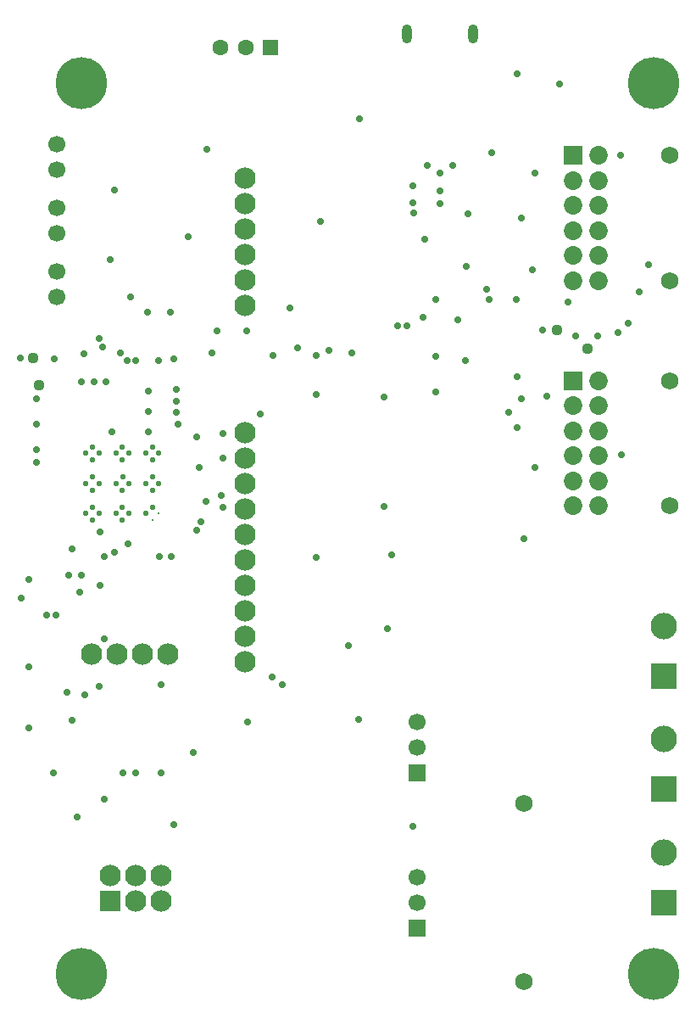
<source format=gbr>
G04*
G04 #@! TF.GenerationSoftware,Altium Limited,Altium Designer,23.2.1 (34)*
G04*
G04 Layer_Color=16711935*
%FSLAX44Y44*%
%MOMM*%
G71*
G04*
G04 #@! TF.SameCoordinates,66AF3463-A4ED-4445-B3F6-74E376143534*
G04*
G04*
G04 #@! TF.FilePolarity,Negative*
G04*
G01*
G75*
%ADD41C,0.5842*%
%ADD42C,1.7524*%
%ADD43C,1.8524*%
%ADD44R,1.8524X1.8524*%
%ADD45C,0.2794*%
%ADD46C,2.1320*%
%ADD47R,2.1320X2.1320*%
%ADD48O,1.0000X1.9000*%
%ADD49C,1.7000*%
%ADD50R,1.7000X1.7000*%
%ADD51C,1.7500*%
%ADD52C,1.7000*%
%ADD53R,2.6400X2.6400*%
%ADD54C,2.6400*%
%ADD55R,1.6000X1.6000*%
%ADD56C,1.6000*%
%ADD57C,5.1800*%
%ADD58C,0.7350*%
%ADD59C,1.1160*%
D41*
X150740Y529190D02*
D03*
X144240Y522690D02*
D03*
X150740Y516190D02*
D03*
X157240Y522690D02*
D03*
X174240D02*
D03*
X180740Y516190D02*
D03*
X187240Y522690D02*
D03*
X180740Y529190D02*
D03*
X210740D02*
D03*
X204240Y522690D02*
D03*
X180990Y559190D02*
D03*
X174240Y552690D02*
D03*
X180740Y546190D02*
D03*
X187240Y552690D02*
D03*
X144240D02*
D03*
X150740Y546190D02*
D03*
X157240Y552690D02*
D03*
X150740Y559190D02*
D03*
Y589190D02*
D03*
X144240Y582690D02*
D03*
X150740Y576190D02*
D03*
X157240Y582690D02*
D03*
X174240D02*
D03*
X180740Y576190D02*
D03*
X187240Y582690D02*
D03*
X180740Y589190D02*
D03*
X210740D02*
D03*
X204240Y582690D02*
D03*
X217240D02*
D03*
X210740Y576190D02*
D03*
X210990Y559190D02*
D03*
X204240Y552690D02*
D03*
X217240D02*
D03*
X210740Y546190D02*
D03*
D42*
X727710Y530320D02*
D03*
Y655320D02*
D03*
Y880110D02*
D03*
Y755110D02*
D03*
D43*
X655910Y530320D02*
D03*
Y555320D02*
D03*
Y580320D02*
D03*
Y605320D02*
D03*
Y630320D02*
D03*
Y655320D02*
D03*
X630910Y530320D02*
D03*
Y555320D02*
D03*
Y580320D02*
D03*
Y605320D02*
D03*
Y630320D02*
D03*
Y855110D02*
D03*
Y830110D02*
D03*
Y805110D02*
D03*
Y780110D02*
D03*
Y755110D02*
D03*
X655910Y880110D02*
D03*
Y855110D02*
D03*
Y830110D02*
D03*
Y805110D02*
D03*
Y780110D02*
D03*
Y755110D02*
D03*
D44*
X630910Y655320D02*
D03*
Y880110D02*
D03*
D45*
X210740Y516190D02*
D03*
X217240Y522690D02*
D03*
D46*
X303530Y552450D02*
D03*
Y527050D02*
D03*
Y577850D02*
D03*
Y603250D02*
D03*
Y501650D02*
D03*
Y374650D02*
D03*
Y476250D02*
D03*
Y400050D02*
D03*
Y425450D02*
D03*
Y450850D02*
D03*
X226060Y382270D02*
D03*
X200660D02*
D03*
X175260D02*
D03*
X149860D02*
D03*
X303530Y730250D02*
D03*
Y755650D02*
D03*
Y781050D02*
D03*
Y806450D02*
D03*
Y831850D02*
D03*
Y857250D02*
D03*
X194310Y135890D02*
D03*
X219710D02*
D03*
Y161290D02*
D03*
X194310D02*
D03*
X168910D02*
D03*
D47*
Y135890D02*
D03*
D48*
X464590Y1001130D02*
D03*
X530590D02*
D03*
D49*
X474980Y314960D02*
D03*
Y289560D02*
D03*
Y160020D02*
D03*
Y134620D02*
D03*
D50*
Y264160D02*
D03*
Y109220D02*
D03*
D51*
X581660Y233680D02*
D03*
Y55880D02*
D03*
D52*
X115570Y739140D02*
D03*
Y764540D02*
D03*
Y802640D02*
D03*
Y828040D02*
D03*
Y866140D02*
D03*
Y891540D02*
D03*
D53*
X721360Y360680D02*
D03*
Y247650D02*
D03*
Y134112D02*
D03*
D54*
Y410718D02*
D03*
Y297688D02*
D03*
Y184150D02*
D03*
D55*
X328930Y988060D02*
D03*
D56*
X303930D02*
D03*
X278930D02*
D03*
D57*
X711200Y63500D02*
D03*
Y952500D02*
D03*
X139700D02*
D03*
Y63500D02*
D03*
D58*
X95250Y637540D02*
D03*
Y612140D02*
D03*
X172720Y845820D02*
D03*
X168910Y775970D02*
D03*
X234950Y646430D02*
D03*
Y635000D02*
D03*
Y623570D02*
D03*
X217805Y480060D02*
D03*
X172720Y483870D02*
D03*
X162560Y480060D02*
D03*
Y397510D02*
D03*
X125730Y344170D02*
D03*
X157480Y350520D02*
D03*
X232410Y676910D02*
D03*
X207010Y645160D02*
D03*
Y604520D02*
D03*
X170180D02*
D03*
X158750Y504190D02*
D03*
Y450850D02*
D03*
X87630Y457200D02*
D03*
X78740Y678180D02*
D03*
X581660Y497840D02*
D03*
X593090Y568960D02*
D03*
X575310Y608330D02*
D03*
X604520Y640080D02*
D03*
X575310Y659130D02*
D03*
X523240Y675640D02*
D03*
X590550Y765810D02*
D03*
X579120Y817880D02*
D03*
X549910Y882650D02*
D03*
X497840Y844550D02*
D03*
Y831850D02*
D03*
Y862330D02*
D03*
X481330Y718820D02*
D03*
X410210Y683260D02*
D03*
X347980Y727710D02*
D03*
X281305Y602686D02*
D03*
Y577850D02*
D03*
X579120Y637540D02*
D03*
X105410Y421640D02*
D03*
X114300D02*
D03*
X95250Y586740D02*
D03*
Y574040D02*
D03*
X130683Y487447D02*
D03*
X79375Y438150D02*
D03*
X219710Y351790D02*
D03*
X593090Y862330D02*
D03*
X525780Y821690D02*
D03*
X471170Y833120D02*
D03*
X471619Y822511D02*
D03*
X205740Y723900D02*
D03*
X217170Y675640D02*
D03*
X157480Y697230D02*
D03*
X160593Y688903D02*
D03*
X194310Y675640D02*
D03*
X178435Y682625D02*
D03*
X164465Y654050D02*
D03*
X257810Y568960D02*
D03*
X264160Y534670D02*
D03*
X259017Y514287D02*
D03*
X255093Y506044D02*
D03*
X279400Y541020D02*
D03*
X281305Y528840D02*
D03*
X355600Y688340D02*
D03*
X331470Y680720D02*
D03*
X186690Y492760D02*
D03*
X207010Y624840D02*
D03*
X626110Y734060D02*
D03*
X575310Y961390D02*
D03*
X617220Y951230D02*
D03*
X515620Y716280D02*
D03*
X574040Y736600D02*
D03*
X524510Y769620D02*
D03*
X482600Y796290D02*
D03*
X417830Y916940D02*
D03*
X378460Y814070D02*
D03*
X189230Y739140D02*
D03*
X138430Y444500D02*
D03*
X87630Y369570D02*
D03*
X251460Y284480D02*
D03*
X130810Y316230D02*
D03*
X162560Y237490D02*
D03*
X232410Y212090D02*
D03*
X471170Y210820D02*
D03*
X416560Y317500D02*
D03*
X445770Y407670D02*
D03*
X406400Y391160D02*
D03*
X449580Y481330D02*
D03*
X441960Y529590D02*
D03*
Y638810D02*
D03*
X374650Y478790D02*
D03*
X318770Y622300D02*
D03*
X374650Y680720D02*
D03*
Y641350D02*
D03*
X275590Y704850D02*
D03*
X304800D02*
D03*
X265430Y886460D02*
D03*
X246380Y798830D02*
D03*
X142240Y681990D02*
D03*
X113030Y676910D02*
D03*
X270510Y683260D02*
D03*
X600710Y706120D02*
D03*
X697230Y744220D02*
D03*
X706120Y770890D02*
D03*
X685800Y712470D02*
D03*
X675640Y703580D02*
D03*
X655320Y699770D02*
D03*
X633730D02*
D03*
X494030Y679450D02*
D03*
Y643890D02*
D03*
Y736600D02*
D03*
X455930Y709930D02*
D03*
X464820D02*
D03*
X547370Y736600D02*
D03*
X679450Y581660D02*
D03*
X340360Y351790D02*
D03*
X306070Y314960D02*
D03*
X143510Y341630D02*
D03*
X330200Y359410D02*
D03*
X387350Y685800D02*
D03*
X544195Y746125D02*
D03*
X678180Y880110D02*
D03*
X255270Y599440D02*
D03*
X229870Y480060D02*
D03*
X127000Y461010D02*
D03*
X185420Y675640D02*
D03*
X152400Y654050D02*
D03*
X139700D02*
D03*
X228600Y723900D02*
D03*
X566420Y623570D02*
D03*
X139700Y461010D02*
D03*
X510540Y869950D02*
D03*
X485140D02*
D03*
X236220Y612140D02*
D03*
X135890Y219710D02*
D03*
X111760Y264160D02*
D03*
X87630Y308610D02*
D03*
X219710Y264160D02*
D03*
X194310D02*
D03*
X181610D02*
D03*
X471170Y849630D02*
D03*
D59*
X614680Y706120D02*
D03*
X97360Y650819D02*
D03*
X91440Y678180D02*
D03*
X645160Y687070D02*
D03*
M02*

</source>
